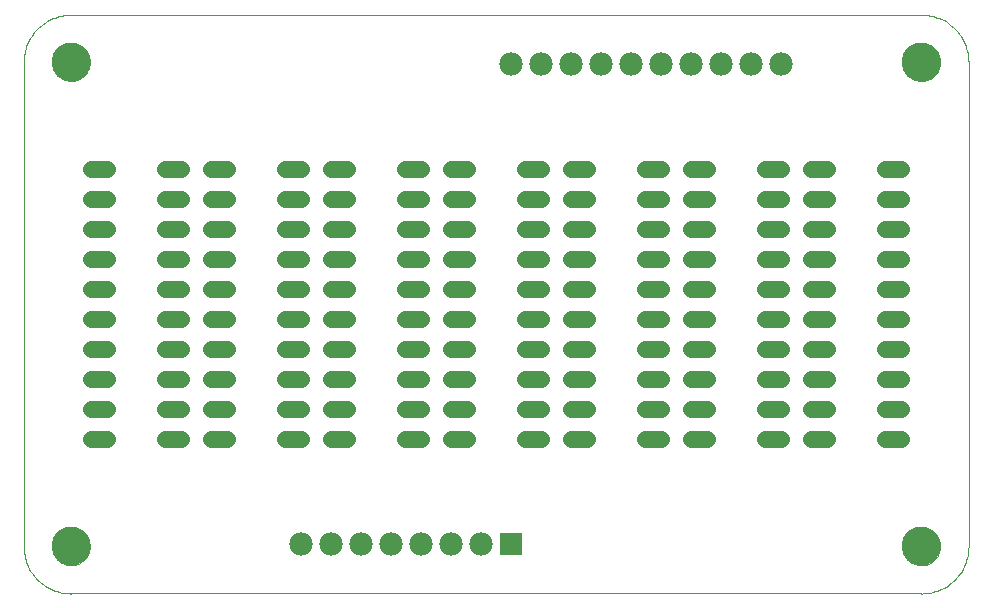
<source format=gts>
G75*
%MOIN*%
%OFA0B0*%
%FSLAX24Y24*%
%IPPOS*%
%LPD*%
%AMOC8*
5,1,8,0,0,1.08239X$1,22.5*
%
%ADD10C,0.0560*%
%ADD11C,0.0000*%
%ADD12C,0.1300*%
%ADD13C,0.0780*%
%ADD14R,0.0780X0.0780*%
D10*
X007666Y008561D02*
X008186Y008561D01*
X008186Y009561D02*
X007666Y009561D01*
X007666Y010561D02*
X008186Y010561D01*
X008186Y011561D02*
X007666Y011561D01*
X007666Y012561D02*
X008186Y012561D01*
X008186Y013561D02*
X007666Y013561D01*
X007666Y014561D02*
X008186Y014561D01*
X008186Y015561D02*
X007666Y015561D01*
X007666Y016561D02*
X008186Y016561D01*
X008186Y017561D02*
X007666Y017561D01*
X010146Y017561D02*
X010666Y017561D01*
X011666Y017561D02*
X012186Y017561D01*
X012186Y016561D02*
X011666Y016561D01*
X010666Y016561D02*
X010146Y016561D01*
X010146Y015561D02*
X010666Y015561D01*
X011666Y015561D02*
X012186Y015561D01*
X012186Y014561D02*
X011666Y014561D01*
X010666Y014561D02*
X010146Y014561D01*
X010146Y013561D02*
X010666Y013561D01*
X011666Y013561D02*
X012186Y013561D01*
X012186Y012561D02*
X011666Y012561D01*
X010666Y012561D02*
X010146Y012561D01*
X010146Y011561D02*
X010666Y011561D01*
X011666Y011561D02*
X012186Y011561D01*
X012186Y010561D02*
X011666Y010561D01*
X010666Y010561D02*
X010146Y010561D01*
X010146Y009561D02*
X010666Y009561D01*
X011666Y009561D02*
X012186Y009561D01*
X012186Y008561D02*
X011666Y008561D01*
X010666Y008561D02*
X010146Y008561D01*
X014146Y008561D02*
X014666Y008561D01*
X015666Y008561D02*
X016186Y008561D01*
X016186Y009561D02*
X015666Y009561D01*
X014666Y009561D02*
X014146Y009561D01*
X014146Y010561D02*
X014666Y010561D01*
X015666Y010561D02*
X016186Y010561D01*
X016186Y011561D02*
X015666Y011561D01*
X014666Y011561D02*
X014146Y011561D01*
X014146Y012561D02*
X014666Y012561D01*
X015666Y012561D02*
X016186Y012561D01*
X016186Y013561D02*
X015666Y013561D01*
X014666Y013561D02*
X014146Y013561D01*
X014146Y014561D02*
X014666Y014561D01*
X015666Y014561D02*
X016186Y014561D01*
X016186Y015561D02*
X015666Y015561D01*
X014666Y015561D02*
X014146Y015561D01*
X014146Y016561D02*
X014666Y016561D01*
X015666Y016561D02*
X016186Y016561D01*
X016186Y017561D02*
X015666Y017561D01*
X014666Y017561D02*
X014146Y017561D01*
X018146Y017561D02*
X018666Y017561D01*
X019666Y017561D02*
X020186Y017561D01*
X020186Y016561D02*
X019666Y016561D01*
X018666Y016561D02*
X018146Y016561D01*
X018146Y015561D02*
X018666Y015561D01*
X019666Y015561D02*
X020186Y015561D01*
X020186Y014561D02*
X019666Y014561D01*
X018666Y014561D02*
X018146Y014561D01*
X018146Y013561D02*
X018666Y013561D01*
X019666Y013561D02*
X020186Y013561D01*
X020186Y012561D02*
X019666Y012561D01*
X019666Y011561D02*
X020186Y011561D01*
X020186Y010561D02*
X019666Y010561D01*
X018666Y010561D02*
X018146Y010561D01*
X018146Y009561D02*
X018666Y009561D01*
X019666Y009561D02*
X020186Y009561D01*
X020186Y008561D02*
X019666Y008561D01*
X018666Y008561D02*
X018146Y008561D01*
X022146Y008561D02*
X022666Y008561D01*
X023666Y008561D02*
X024186Y008561D01*
X024186Y009561D02*
X023666Y009561D01*
X022666Y009561D02*
X022146Y009561D01*
X022146Y010561D02*
X022666Y010561D01*
X023666Y010561D02*
X024186Y010561D01*
X024186Y011561D02*
X023666Y011561D01*
X022666Y011561D02*
X022146Y011561D01*
X022146Y012561D02*
X022666Y012561D01*
X023666Y012561D02*
X024186Y012561D01*
X024186Y013561D02*
X023666Y013561D01*
X022666Y013561D02*
X022146Y013561D01*
X022146Y014561D02*
X022666Y014561D01*
X023666Y014561D02*
X024186Y014561D01*
X024186Y015561D02*
X023666Y015561D01*
X022666Y015561D02*
X022146Y015561D01*
X022146Y016561D02*
X022666Y016561D01*
X023666Y016561D02*
X024186Y016561D01*
X024186Y017561D02*
X023666Y017561D01*
X022666Y017561D02*
X022146Y017561D01*
X026146Y017561D02*
X026666Y017561D01*
X027666Y017561D02*
X028186Y017561D01*
X028186Y016561D02*
X027666Y016561D01*
X026666Y016561D02*
X026146Y016561D01*
X026146Y015561D02*
X026666Y015561D01*
X027666Y015561D02*
X028186Y015561D01*
X028186Y014561D02*
X027666Y014561D01*
X026666Y014561D02*
X026146Y014561D01*
X026146Y013561D02*
X026666Y013561D01*
X027666Y013561D02*
X028186Y013561D01*
X028186Y012561D02*
X027666Y012561D01*
X027666Y011561D02*
X028186Y011561D01*
X028186Y010561D02*
X027666Y010561D01*
X026666Y010561D02*
X026146Y010561D01*
X026146Y009561D02*
X026666Y009561D01*
X027666Y009561D02*
X028186Y009561D01*
X028186Y008561D02*
X027666Y008561D01*
X026666Y008561D02*
X026146Y008561D01*
X030146Y008561D02*
X030666Y008561D01*
X031666Y008561D02*
X032186Y008561D01*
X032186Y009561D02*
X031666Y009561D01*
X030666Y009561D02*
X030146Y009561D01*
X030146Y010561D02*
X030666Y010561D01*
X031666Y010561D02*
X032186Y010561D01*
X032186Y011561D02*
X031666Y011561D01*
X030666Y011561D02*
X030146Y011561D01*
X030146Y012561D02*
X030666Y012561D01*
X031666Y012561D02*
X032186Y012561D01*
X032186Y013561D02*
X031666Y013561D01*
X030666Y013561D02*
X030146Y013561D01*
X030146Y014561D02*
X030666Y014561D01*
X031666Y014561D02*
X032186Y014561D01*
X032186Y015561D02*
X031666Y015561D01*
X030666Y015561D02*
X030146Y015561D01*
X030146Y016561D02*
X030666Y016561D01*
X031666Y016561D02*
X032186Y016561D01*
X032186Y017561D02*
X031666Y017561D01*
X030666Y017561D02*
X030146Y017561D01*
X034146Y017561D02*
X034666Y017561D01*
X034666Y016561D02*
X034146Y016561D01*
X034146Y015561D02*
X034666Y015561D01*
X034666Y014561D02*
X034146Y014561D01*
X034146Y013561D02*
X034666Y013561D01*
X034666Y012561D02*
X034146Y012561D01*
X034146Y011561D02*
X034666Y011561D01*
X034666Y010561D02*
X034146Y010561D01*
X034146Y009561D02*
X034666Y009561D01*
X034666Y008561D02*
X034146Y008561D01*
X026666Y011561D02*
X026146Y011561D01*
X026146Y012561D02*
X026666Y012561D01*
X018666Y012561D02*
X018146Y012561D01*
X018146Y011561D02*
X018666Y011561D01*
D11*
X006993Y003416D02*
X035339Y003416D01*
X034709Y004990D02*
X034711Y005040D01*
X034717Y005090D01*
X034727Y005139D01*
X034741Y005187D01*
X034758Y005234D01*
X034779Y005279D01*
X034804Y005323D01*
X034832Y005364D01*
X034864Y005403D01*
X034898Y005440D01*
X034935Y005474D01*
X034975Y005504D01*
X035017Y005531D01*
X035061Y005555D01*
X035107Y005576D01*
X035154Y005592D01*
X035202Y005605D01*
X035252Y005614D01*
X035301Y005619D01*
X035352Y005620D01*
X035402Y005617D01*
X035451Y005610D01*
X035500Y005599D01*
X035548Y005584D01*
X035594Y005566D01*
X035639Y005544D01*
X035682Y005518D01*
X035723Y005489D01*
X035762Y005457D01*
X035798Y005422D01*
X035830Y005384D01*
X035860Y005344D01*
X035887Y005301D01*
X035910Y005257D01*
X035929Y005211D01*
X035945Y005163D01*
X035957Y005114D01*
X035965Y005065D01*
X035969Y005015D01*
X035969Y004965D01*
X035965Y004915D01*
X035957Y004866D01*
X035945Y004817D01*
X035929Y004769D01*
X035910Y004723D01*
X035887Y004679D01*
X035860Y004636D01*
X035830Y004596D01*
X035798Y004558D01*
X035762Y004523D01*
X035723Y004491D01*
X035682Y004462D01*
X035639Y004436D01*
X035594Y004414D01*
X035548Y004396D01*
X035500Y004381D01*
X035451Y004370D01*
X035402Y004363D01*
X035352Y004360D01*
X035301Y004361D01*
X035252Y004366D01*
X035202Y004375D01*
X035154Y004388D01*
X035107Y004404D01*
X035061Y004425D01*
X035017Y004449D01*
X034975Y004476D01*
X034935Y004506D01*
X034898Y004540D01*
X034864Y004577D01*
X034832Y004616D01*
X034804Y004657D01*
X034779Y004701D01*
X034758Y004746D01*
X034741Y004793D01*
X034727Y004841D01*
X034717Y004890D01*
X034711Y004940D01*
X034709Y004990D01*
X035339Y003415D02*
X035416Y003417D01*
X035493Y003423D01*
X035570Y003432D01*
X035646Y003445D01*
X035722Y003462D01*
X035796Y003483D01*
X035870Y003507D01*
X035942Y003535D01*
X036012Y003566D01*
X036081Y003601D01*
X036149Y003639D01*
X036214Y003680D01*
X036277Y003725D01*
X036338Y003773D01*
X036397Y003823D01*
X036453Y003876D01*
X036506Y003932D01*
X036556Y003991D01*
X036604Y004052D01*
X036649Y004115D01*
X036690Y004180D01*
X036728Y004248D01*
X036763Y004317D01*
X036794Y004387D01*
X036822Y004459D01*
X036846Y004533D01*
X036867Y004607D01*
X036884Y004683D01*
X036897Y004759D01*
X036906Y004836D01*
X036912Y004913D01*
X036914Y004990D01*
X036914Y021132D01*
X034709Y021132D02*
X034711Y021182D01*
X034717Y021232D01*
X034727Y021281D01*
X034741Y021329D01*
X034758Y021376D01*
X034779Y021421D01*
X034804Y021465D01*
X034832Y021506D01*
X034864Y021545D01*
X034898Y021582D01*
X034935Y021616D01*
X034975Y021646D01*
X035017Y021673D01*
X035061Y021697D01*
X035107Y021718D01*
X035154Y021734D01*
X035202Y021747D01*
X035252Y021756D01*
X035301Y021761D01*
X035352Y021762D01*
X035402Y021759D01*
X035451Y021752D01*
X035500Y021741D01*
X035548Y021726D01*
X035594Y021708D01*
X035639Y021686D01*
X035682Y021660D01*
X035723Y021631D01*
X035762Y021599D01*
X035798Y021564D01*
X035830Y021526D01*
X035860Y021486D01*
X035887Y021443D01*
X035910Y021399D01*
X035929Y021353D01*
X035945Y021305D01*
X035957Y021256D01*
X035965Y021207D01*
X035969Y021157D01*
X035969Y021107D01*
X035965Y021057D01*
X035957Y021008D01*
X035945Y020959D01*
X035929Y020911D01*
X035910Y020865D01*
X035887Y020821D01*
X035860Y020778D01*
X035830Y020738D01*
X035798Y020700D01*
X035762Y020665D01*
X035723Y020633D01*
X035682Y020604D01*
X035639Y020578D01*
X035594Y020556D01*
X035548Y020538D01*
X035500Y020523D01*
X035451Y020512D01*
X035402Y020505D01*
X035352Y020502D01*
X035301Y020503D01*
X035252Y020508D01*
X035202Y020517D01*
X035154Y020530D01*
X035107Y020546D01*
X035061Y020567D01*
X035017Y020591D01*
X034975Y020618D01*
X034935Y020648D01*
X034898Y020682D01*
X034864Y020719D01*
X034832Y020758D01*
X034804Y020799D01*
X034779Y020843D01*
X034758Y020888D01*
X034741Y020935D01*
X034727Y020983D01*
X034717Y021032D01*
X034711Y021082D01*
X034709Y021132D01*
X035339Y022707D02*
X035416Y022705D01*
X035493Y022699D01*
X035570Y022690D01*
X035646Y022677D01*
X035722Y022660D01*
X035796Y022639D01*
X035870Y022615D01*
X035942Y022587D01*
X036012Y022556D01*
X036081Y022521D01*
X036149Y022483D01*
X036214Y022442D01*
X036277Y022397D01*
X036338Y022349D01*
X036397Y022299D01*
X036453Y022246D01*
X036506Y022190D01*
X036556Y022131D01*
X036604Y022070D01*
X036649Y022007D01*
X036690Y021942D01*
X036728Y021874D01*
X036763Y021805D01*
X036794Y021735D01*
X036822Y021663D01*
X036846Y021589D01*
X036867Y021515D01*
X036884Y021439D01*
X036897Y021363D01*
X036906Y021286D01*
X036912Y021209D01*
X036914Y021132D01*
X035339Y022707D02*
X006993Y022707D01*
X006363Y021132D02*
X006365Y021182D01*
X006371Y021232D01*
X006381Y021281D01*
X006395Y021329D01*
X006412Y021376D01*
X006433Y021421D01*
X006458Y021465D01*
X006486Y021506D01*
X006518Y021545D01*
X006552Y021582D01*
X006589Y021616D01*
X006629Y021646D01*
X006671Y021673D01*
X006715Y021697D01*
X006761Y021718D01*
X006808Y021734D01*
X006856Y021747D01*
X006906Y021756D01*
X006955Y021761D01*
X007006Y021762D01*
X007056Y021759D01*
X007105Y021752D01*
X007154Y021741D01*
X007202Y021726D01*
X007248Y021708D01*
X007293Y021686D01*
X007336Y021660D01*
X007377Y021631D01*
X007416Y021599D01*
X007452Y021564D01*
X007484Y021526D01*
X007514Y021486D01*
X007541Y021443D01*
X007564Y021399D01*
X007583Y021353D01*
X007599Y021305D01*
X007611Y021256D01*
X007619Y021207D01*
X007623Y021157D01*
X007623Y021107D01*
X007619Y021057D01*
X007611Y021008D01*
X007599Y020959D01*
X007583Y020911D01*
X007564Y020865D01*
X007541Y020821D01*
X007514Y020778D01*
X007484Y020738D01*
X007452Y020700D01*
X007416Y020665D01*
X007377Y020633D01*
X007336Y020604D01*
X007293Y020578D01*
X007248Y020556D01*
X007202Y020538D01*
X007154Y020523D01*
X007105Y020512D01*
X007056Y020505D01*
X007006Y020502D01*
X006955Y020503D01*
X006906Y020508D01*
X006856Y020517D01*
X006808Y020530D01*
X006761Y020546D01*
X006715Y020567D01*
X006671Y020591D01*
X006629Y020618D01*
X006589Y020648D01*
X006552Y020682D01*
X006518Y020719D01*
X006486Y020758D01*
X006458Y020799D01*
X006433Y020843D01*
X006412Y020888D01*
X006395Y020935D01*
X006381Y020983D01*
X006371Y021032D01*
X006365Y021082D01*
X006363Y021132D01*
X005418Y021132D02*
X005420Y021209D01*
X005426Y021286D01*
X005435Y021363D01*
X005448Y021439D01*
X005465Y021515D01*
X005486Y021589D01*
X005510Y021663D01*
X005538Y021735D01*
X005569Y021805D01*
X005604Y021874D01*
X005642Y021942D01*
X005683Y022007D01*
X005728Y022070D01*
X005776Y022131D01*
X005826Y022190D01*
X005879Y022246D01*
X005935Y022299D01*
X005994Y022349D01*
X006055Y022397D01*
X006118Y022442D01*
X006183Y022483D01*
X006251Y022521D01*
X006320Y022556D01*
X006390Y022587D01*
X006462Y022615D01*
X006536Y022639D01*
X006610Y022660D01*
X006686Y022677D01*
X006762Y022690D01*
X006839Y022699D01*
X006916Y022705D01*
X006993Y022707D01*
X005418Y021132D02*
X005418Y004990D01*
X006363Y004990D02*
X006365Y005040D01*
X006371Y005090D01*
X006381Y005139D01*
X006395Y005187D01*
X006412Y005234D01*
X006433Y005279D01*
X006458Y005323D01*
X006486Y005364D01*
X006518Y005403D01*
X006552Y005440D01*
X006589Y005474D01*
X006629Y005504D01*
X006671Y005531D01*
X006715Y005555D01*
X006761Y005576D01*
X006808Y005592D01*
X006856Y005605D01*
X006906Y005614D01*
X006955Y005619D01*
X007006Y005620D01*
X007056Y005617D01*
X007105Y005610D01*
X007154Y005599D01*
X007202Y005584D01*
X007248Y005566D01*
X007293Y005544D01*
X007336Y005518D01*
X007377Y005489D01*
X007416Y005457D01*
X007452Y005422D01*
X007484Y005384D01*
X007514Y005344D01*
X007541Y005301D01*
X007564Y005257D01*
X007583Y005211D01*
X007599Y005163D01*
X007611Y005114D01*
X007619Y005065D01*
X007623Y005015D01*
X007623Y004965D01*
X007619Y004915D01*
X007611Y004866D01*
X007599Y004817D01*
X007583Y004769D01*
X007564Y004723D01*
X007541Y004679D01*
X007514Y004636D01*
X007484Y004596D01*
X007452Y004558D01*
X007416Y004523D01*
X007377Y004491D01*
X007336Y004462D01*
X007293Y004436D01*
X007248Y004414D01*
X007202Y004396D01*
X007154Y004381D01*
X007105Y004370D01*
X007056Y004363D01*
X007006Y004360D01*
X006955Y004361D01*
X006906Y004366D01*
X006856Y004375D01*
X006808Y004388D01*
X006761Y004404D01*
X006715Y004425D01*
X006671Y004449D01*
X006629Y004476D01*
X006589Y004506D01*
X006552Y004540D01*
X006518Y004577D01*
X006486Y004616D01*
X006458Y004657D01*
X006433Y004701D01*
X006412Y004746D01*
X006395Y004793D01*
X006381Y004841D01*
X006371Y004890D01*
X006365Y004940D01*
X006363Y004990D01*
X005418Y004990D02*
X005420Y004913D01*
X005426Y004836D01*
X005435Y004759D01*
X005448Y004683D01*
X005465Y004607D01*
X005486Y004533D01*
X005510Y004459D01*
X005538Y004387D01*
X005569Y004317D01*
X005604Y004248D01*
X005642Y004180D01*
X005683Y004115D01*
X005728Y004052D01*
X005776Y003991D01*
X005826Y003932D01*
X005879Y003876D01*
X005935Y003823D01*
X005994Y003773D01*
X006055Y003725D01*
X006118Y003680D01*
X006183Y003639D01*
X006251Y003601D01*
X006320Y003566D01*
X006390Y003535D01*
X006462Y003507D01*
X006536Y003483D01*
X006610Y003462D01*
X006686Y003445D01*
X006762Y003432D01*
X006839Y003423D01*
X006916Y003417D01*
X006993Y003415D01*
D12*
X006993Y004990D03*
X006993Y021132D03*
X035339Y021132D03*
X035339Y004990D03*
D13*
X020666Y005061D03*
X019666Y005061D03*
X018666Y005061D03*
X017666Y005061D03*
X016666Y005061D03*
X015666Y005061D03*
X014666Y005061D03*
X021666Y021061D03*
X022666Y021061D03*
X023666Y021061D03*
X024666Y021061D03*
X025666Y021061D03*
X026666Y021061D03*
X027666Y021061D03*
X028666Y021061D03*
X029666Y021061D03*
X030666Y021061D03*
D14*
X021666Y005061D03*
M02*

</source>
